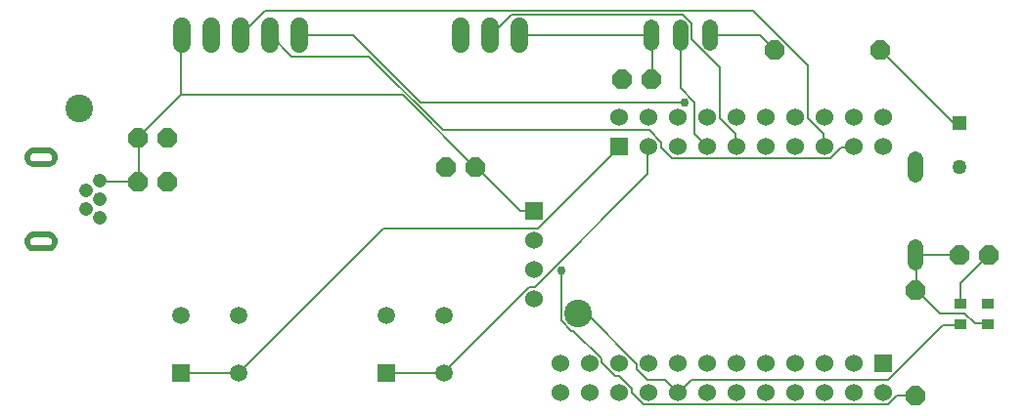
<source format=gbr>
G04 EAGLE Gerber RS-274X export*
G75*
%MOMM*%
%FSLAX34Y34*%
%LPD*%
%INTop Copper*%
%IPPOS*%
%AMOC8*
5,1,8,0,0,1.08239X$1,22.5*%
G01*
%ADD10C,1.208000*%
%ADD11R,0.100000X0.100000*%
%ADD12C,1.524000*%
%ADD13R,1.524000X1.524000*%
%ADD14C,1.524000*%
%ADD15R,1.508000X1.508000*%
%ADD16C,1.508000*%
%ADD17P,1.814519X8X22.500000*%
%ADD18P,1.814519X8X202.500000*%
%ADD19C,1.320800*%
%ADD20R,1.270000X1.270000*%
%ADD21C,1.270000*%
%ADD22R,1.000000X0.900000*%
%ADD23P,1.814519X8X292.500000*%
%ADD24C,2.400000*%
%ADD25C,0.152400*%
%ADD26C,0.756400*%

G36*
X23780Y228655D02*
X23780Y228655D01*
X25439Y228819D01*
X25440Y228819D01*
X27034Y229303D01*
X27035Y229303D01*
X28505Y230088D01*
X28505Y230089D01*
X29793Y231146D01*
X29794Y231147D01*
X30851Y232435D01*
X30852Y232435D01*
X31637Y233905D01*
X31637Y233906D01*
X31638Y233906D01*
X32121Y235500D01*
X32121Y235501D01*
X32285Y237160D01*
X32284Y237160D01*
X32285Y237160D01*
X32121Y238819D01*
X32121Y238820D01*
X31638Y240414D01*
X31637Y240415D01*
X30852Y241885D01*
X30851Y241885D01*
X29794Y243173D01*
X29793Y243174D01*
X28505Y244231D01*
X28505Y244232D01*
X27035Y245017D01*
X27034Y245017D01*
X27034Y245018D01*
X25440Y245501D01*
X25439Y245501D01*
X23780Y245665D01*
X11780Y245665D01*
X10121Y245501D01*
X10120Y245501D01*
X8526Y245018D01*
X8525Y245017D01*
X7055Y244232D01*
X7055Y244231D01*
X5767Y243174D01*
X5767Y243173D01*
X5766Y243173D01*
X4709Y241885D01*
X4708Y241885D01*
X3923Y240415D01*
X3923Y240414D01*
X3439Y238820D01*
X3439Y238819D01*
X3275Y237160D01*
X3276Y237160D01*
X3275Y237160D01*
X3439Y235501D01*
X3439Y235500D01*
X3923Y233906D01*
X3923Y233905D01*
X4708Y232435D01*
X4709Y232435D01*
X5766Y231147D01*
X5767Y231147D01*
X5767Y231146D01*
X7055Y230089D01*
X7055Y230088D01*
X8525Y229303D01*
X8526Y229303D01*
X10120Y228819D01*
X10121Y228819D01*
X11780Y228655D01*
X23780Y228655D01*
X23780Y228655D01*
G37*
G36*
X23780Y155655D02*
X23780Y155655D01*
X25439Y155819D01*
X25440Y155819D01*
X27034Y156303D01*
X27035Y156303D01*
X28505Y157088D01*
X28505Y157089D01*
X29793Y158146D01*
X29794Y158147D01*
X30851Y159435D01*
X30852Y159435D01*
X31637Y160905D01*
X31637Y160906D01*
X31638Y160906D01*
X32121Y162500D01*
X32121Y162501D01*
X32285Y164160D01*
X32284Y164160D01*
X32285Y164160D01*
X32121Y165819D01*
X32121Y165820D01*
X31638Y167414D01*
X31637Y167415D01*
X30852Y168885D01*
X30851Y168885D01*
X29794Y170173D01*
X29793Y170174D01*
X28505Y171231D01*
X28505Y171232D01*
X27035Y172017D01*
X27034Y172017D01*
X27034Y172018D01*
X25440Y172501D01*
X25439Y172501D01*
X23780Y172665D01*
X11780Y172665D01*
X10121Y172501D01*
X10120Y172501D01*
X8526Y172018D01*
X8525Y172017D01*
X7055Y171232D01*
X7055Y171231D01*
X5767Y170174D01*
X5767Y170173D01*
X5766Y170173D01*
X4709Y168885D01*
X4708Y168885D01*
X3923Y167415D01*
X3923Y167414D01*
X3439Y165820D01*
X3439Y165819D01*
X3275Y164160D01*
X3276Y164160D01*
X3275Y164160D01*
X3439Y162501D01*
X3439Y162500D01*
X3923Y160906D01*
X3923Y160905D01*
X4708Y159435D01*
X4709Y159435D01*
X5766Y158147D01*
X5767Y158147D01*
X5767Y158146D01*
X7055Y157089D01*
X7055Y157088D01*
X8525Y156303D01*
X8526Y156303D01*
X10120Y155819D01*
X10121Y155819D01*
X11780Y155655D01*
X23780Y155655D01*
X23780Y155655D01*
G37*
%LPC*%
G36*
X11780Y233665D02*
X11780Y233665D01*
X11002Y233752D01*
X10264Y234011D01*
X9601Y234427D01*
X9047Y234981D01*
X8631Y235644D01*
X8372Y236382D01*
X8285Y237160D01*
X8372Y237938D01*
X8631Y238676D01*
X9047Y239339D01*
X9601Y239893D01*
X10264Y240309D01*
X11002Y240568D01*
X11780Y240655D01*
X23780Y240655D01*
X24558Y240568D01*
X25296Y240309D01*
X25959Y239893D01*
X26513Y239339D01*
X26929Y238676D01*
X27188Y237938D01*
X27275Y237160D01*
X27188Y236382D01*
X26929Y235644D01*
X26513Y234981D01*
X25959Y234427D01*
X25296Y234011D01*
X24558Y233752D01*
X23780Y233665D01*
X11780Y233665D01*
G37*
%LPD*%
%LPC*%
G36*
X11002Y160752D02*
X11002Y160752D01*
X10264Y161011D01*
X9601Y161427D01*
X9047Y161981D01*
X8631Y162644D01*
X8372Y163382D01*
X8285Y164160D01*
X8372Y164938D01*
X8631Y165676D01*
X9047Y166339D01*
X9601Y166893D01*
X10264Y167309D01*
X11002Y167568D01*
X11780Y167655D01*
X23780Y167655D01*
X24558Y167568D01*
X25296Y167309D01*
X25959Y166893D01*
X26513Y166339D01*
X26929Y165676D01*
X27188Y164938D01*
X27275Y164160D01*
X27188Y163382D01*
X26929Y162644D01*
X26513Y161981D01*
X25959Y161427D01*
X25296Y161011D01*
X24558Y160752D01*
X23780Y160665D01*
X11780Y160665D01*
X11002Y160752D01*
G37*
%LPD*%
D10*
X68280Y200660D03*
X68280Y184660D03*
X56280Y208660D03*
X56280Y192660D03*
X68280Y216660D03*
D11*
X30480Y162560D03*
X30480Y238760D03*
D12*
X381000Y335280D02*
X381000Y350520D01*
X406400Y350520D02*
X406400Y335280D01*
X431800Y335280D02*
X431800Y350520D01*
D13*
X444500Y190500D03*
D14*
X444500Y165100D03*
X444500Y139700D03*
X444500Y114300D03*
D13*
X518160Y246380D03*
D14*
X518160Y271780D03*
X543560Y246380D03*
X543560Y271780D03*
X568960Y246380D03*
X568960Y271780D03*
X594360Y246380D03*
X594360Y271780D03*
X619760Y246380D03*
X619760Y271780D03*
X645160Y246380D03*
X645160Y271780D03*
X670560Y246380D03*
X670560Y271780D03*
X695960Y246380D03*
X695960Y271780D03*
X721360Y246380D03*
X721360Y271780D03*
X746760Y246380D03*
X746760Y271780D03*
D13*
X746760Y58420D03*
D14*
X746760Y33020D03*
X721360Y58420D03*
X721360Y33020D03*
X695960Y58420D03*
X695960Y33020D03*
X670560Y58420D03*
X670560Y33020D03*
X645160Y58420D03*
X645160Y33020D03*
X619760Y58420D03*
X619760Y33020D03*
X594360Y58420D03*
X594360Y33020D03*
X568960Y58420D03*
X568960Y33020D03*
X543560Y58420D03*
X543560Y33020D03*
X518160Y58420D03*
X518160Y33020D03*
X492760Y58420D03*
X492760Y33020D03*
X467360Y58420D03*
X467360Y33020D03*
D15*
X138900Y50000D03*
D16*
X188900Y50000D03*
X188900Y100000D03*
X138900Y100000D03*
D15*
X316700Y50000D03*
D16*
X366700Y50000D03*
X366700Y100000D03*
X316700Y100000D03*
D17*
X101600Y215900D03*
X127000Y215900D03*
X101600Y254000D03*
X127000Y254000D03*
D18*
X546100Y304800D03*
X520700Y304800D03*
X393700Y228600D03*
X368300Y228600D03*
D12*
X139700Y335280D02*
X139700Y350520D01*
X165100Y350520D02*
X165100Y335280D01*
X190500Y335280D02*
X190500Y350520D01*
X215900Y350520D02*
X215900Y335280D01*
X241300Y335280D02*
X241300Y350520D01*
D19*
X596900Y349504D02*
X596900Y336296D01*
X546100Y336296D02*
X546100Y349504D01*
X571500Y349504D02*
X571500Y336296D01*
D18*
X744220Y330200D03*
X652780Y330200D03*
D20*
X812800Y266700D03*
D21*
X812800Y228600D03*
D22*
X837500Y110100D03*
X813500Y110100D03*
X813500Y92100D03*
X837500Y92100D03*
D19*
X774700Y145796D02*
X774700Y159004D01*
X774700Y221996D02*
X774700Y235204D01*
D23*
X774700Y121920D03*
X774700Y30480D03*
D17*
X812800Y152400D03*
X838200Y152400D03*
D24*
X482600Y101600D03*
X50800Y279400D03*
D25*
X345948Y284988D02*
X574548Y284988D01*
X345948Y284988D02*
X288036Y342900D01*
X241300Y342900D01*
D26*
X574548Y284988D03*
D25*
X710184Y245364D02*
X720852Y245364D01*
X710184Y245364D02*
X701040Y236220D01*
X563880Y236220D01*
X554736Y245364D01*
X554736Y249936D01*
X544068Y260604D01*
X365760Y260604D01*
X301752Y324612D01*
X234696Y324612D01*
X216408Y342900D01*
X720852Y245364D02*
X721360Y246380D01*
X216408Y342900D02*
X215900Y342900D01*
X694944Y257556D02*
X694944Y246888D01*
X694944Y257556D02*
X681228Y271272D01*
X681228Y316992D01*
X633984Y364236D01*
X211836Y364236D01*
X190500Y342900D01*
X694944Y246888D02*
X695960Y246380D01*
X813816Y128016D02*
X813816Y111252D01*
X813816Y128016D02*
X838200Y152400D01*
X813816Y111252D02*
X813500Y110100D01*
X100584Y216408D02*
X68580Y216408D01*
X68280Y216660D01*
X100584Y216408D02*
X101600Y215900D01*
X138684Y291084D02*
X138684Y342900D01*
X138684Y291084D02*
X101600Y254000D01*
X138684Y342900D02*
X139700Y342900D01*
X102108Y252984D02*
X102108Y216408D01*
X101600Y215900D01*
X102108Y252984D02*
X101600Y254000D01*
X547116Y304800D02*
X547116Y342900D01*
X546100Y342900D01*
X546100Y304800D02*
X547116Y304800D01*
X546100Y342900D02*
X431800Y342900D01*
X432816Y190500D02*
X444500Y190500D01*
X432816Y190500D02*
X394716Y228600D01*
X393700Y228600D01*
X758952Y30480D02*
X774700Y30480D01*
X758952Y30480D02*
X751332Y22860D01*
X539496Y22860D01*
X528828Y33528D01*
X528828Y36576D01*
X518160Y47244D01*
X515112Y47244D01*
X502920Y59436D01*
X502920Y62484D01*
X478536Y86868D01*
X477012Y86868D01*
X467868Y96012D01*
X467868Y138684D01*
X330708Y291084D02*
X138684Y291084D01*
X330708Y291084D02*
X393192Y228600D01*
X393700Y228600D01*
D26*
X467868Y138684D03*
D25*
X618744Y246888D02*
X618744Y257556D01*
X605028Y271272D01*
X605028Y315468D01*
X580644Y339852D01*
X580644Y353568D01*
X573024Y361188D01*
X425196Y361188D01*
X406908Y342900D01*
X618744Y246888D02*
X619760Y246380D01*
X406908Y342900D02*
X406400Y342900D01*
X571500Y342900D02*
X571500Y297180D01*
X583692Y284988D01*
X583692Y257556D01*
X594360Y246888D01*
X594360Y246380D01*
X187452Y50292D02*
X140208Y50292D01*
X138900Y50000D01*
X187452Y50292D02*
X188900Y50000D01*
X448056Y175260D02*
X518160Y245364D01*
X448056Y175260D02*
X313944Y175260D01*
X188976Y50292D01*
X518160Y245364D02*
X518160Y246380D01*
X188976Y50292D02*
X188900Y50000D01*
X316992Y50292D02*
X365760Y50292D01*
X316992Y50292D02*
X316700Y50000D01*
X542544Y222504D02*
X542544Y245364D01*
X542544Y222504D02*
X445008Y124968D01*
X440436Y124968D01*
X365760Y50292D01*
X542544Y245364D02*
X543560Y246380D01*
X366700Y50000D02*
X365760Y50292D01*
X596900Y342900D02*
X640080Y342900D01*
X652780Y330200D01*
X807720Y266700D02*
X812800Y266700D01*
X807720Y266700D02*
X744220Y330200D01*
X798576Y91440D02*
X812292Y91440D01*
X798576Y91440D02*
X751332Y44196D01*
X580644Y44196D01*
X569976Y33528D01*
X812292Y91440D02*
X813500Y92100D01*
X569976Y33528D02*
X568960Y33020D01*
X490728Y100584D02*
X483108Y100584D01*
X490728Y100584D02*
X533400Y57912D01*
X533400Y53340D01*
X542544Y44196D01*
X557784Y44196D01*
X568960Y33020D01*
X483108Y100584D02*
X482600Y101600D01*
X826008Y92964D02*
X836676Y92964D01*
X826008Y92964D02*
X816864Y102108D01*
X795528Y102108D01*
X775716Y121920D01*
X836676Y92964D02*
X837500Y92100D01*
X775716Y121920D02*
X775716Y152400D01*
X775716Y121920D02*
X774700Y121920D01*
X775716Y152400D02*
X812800Y152400D01*
X775716Y152400D02*
X774700Y152400D01*
M02*

</source>
